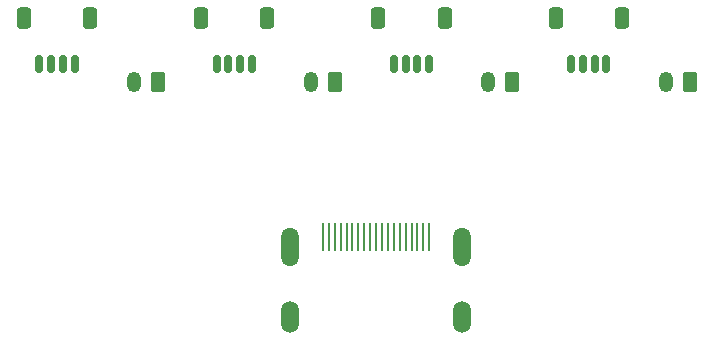
<source format=gbr>
%TF.GenerationSoftware,KiCad,Pcbnew,(6.0.5)*%
%TF.CreationDate,2022-06-06T17:11:40-06:00*%
%TF.ProjectId,21Pin_Fanout,32315069-6e5f-4466-916e-6f75742e6b69,rev?*%
%TF.SameCoordinates,Original*%
%TF.FileFunction,Soldermask,Top*%
%TF.FilePolarity,Negative*%
%FSLAX46Y46*%
G04 Gerber Fmt 4.6, Leading zero omitted, Abs format (unit mm)*
G04 Created by KiCad (PCBNEW (6.0.5)) date 2022-06-06 17:11:40*
%MOMM*%
%LPD*%
G01*
G04 APERTURE LIST*
G04 Aperture macros list*
%AMRoundRect*
0 Rectangle with rounded corners*
0 $1 Rounding radius*
0 $2 $3 $4 $5 $6 $7 $8 $9 X,Y pos of 4 corners*
0 Add a 4 corners polygon primitive as box body*
4,1,4,$2,$3,$4,$5,$6,$7,$8,$9,$2,$3,0*
0 Add four circle primitives for the rounded corners*
1,1,$1+$1,$2,$3*
1,1,$1+$1,$4,$5*
1,1,$1+$1,$6,$7*
1,1,$1+$1,$8,$9*
0 Add four rect primitives between the rounded corners*
20,1,$1+$1,$2,$3,$4,$5,0*
20,1,$1+$1,$4,$5,$6,$7,0*
20,1,$1+$1,$6,$7,$8,$9,0*
20,1,$1+$1,$8,$9,$2,$3,0*%
G04 Aperture macros list end*
%ADD10RoundRect,0.150000X0.150000X0.625000X-0.150000X0.625000X-0.150000X-0.625000X0.150000X-0.625000X0*%
%ADD11RoundRect,0.250000X0.350000X0.650000X-0.350000X0.650000X-0.350000X-0.650000X0.350000X-0.650000X0*%
%ADD12RoundRect,0.250000X0.350000X0.625000X-0.350000X0.625000X-0.350000X-0.625000X0.350000X-0.625000X0*%
%ADD13O,1.200000X1.750000*%
%ADD14O,1.500000X3.300000*%
%ADD15O,1.500000X2.700000*%
%ADD16O,0.250000X2.400000*%
G04 APERTURE END LIST*
D10*
%TO.C,J9*%
X-25500000Y18000000D03*
X-26500000Y18000000D03*
X-27500000Y18000000D03*
X-28500000Y18000000D03*
D11*
X-29800000Y21875000D03*
X-24200000Y21875000D03*
%TD*%
D12*
%TO.C,J2*%
X-18500000Y16500000D03*
D13*
X-20500000Y16500000D03*
%TD*%
D12*
%TO.C,J5*%
X26584000Y16509000D03*
D13*
X24584000Y16509000D03*
%TD*%
D12*
%TO.C,J4*%
X11500000Y16500000D03*
D13*
X9500000Y16500000D03*
%TD*%
D10*
%TO.C,J6*%
X19500000Y18000000D03*
X18500000Y18000000D03*
X17500000Y18000000D03*
X16500000Y18000000D03*
D11*
X15200000Y21875000D03*
X20800000Y21875000D03*
%TD*%
D13*
%TO.C,J3*%
X-5500000Y16500000D03*
D12*
X-3500000Y16500000D03*
%TD*%
D11*
%TO.C,J8*%
X-9200000Y21875000D03*
X-14800000Y21875000D03*
D10*
X-13500000Y18000000D03*
X-12500000Y18000000D03*
X-11500000Y18000000D03*
X-10500000Y18000000D03*
%TD*%
%TO.C,J7*%
X4500000Y18000000D03*
X3500000Y18000000D03*
X2500000Y18000000D03*
X1500000Y18000000D03*
D11*
X200000Y21875000D03*
X5800000Y21875000D03*
%TD*%
D14*
%TO.C,J1*%
X-7250000Y2564000D03*
X7250000Y2564000D03*
D15*
X-7250000Y-3396000D03*
X7250000Y-3396000D03*
D16*
X-4501000Y3396000D03*
X-4001000Y3396000D03*
X-3501000Y3396000D03*
X-3001000Y3396000D03*
X-2500000Y3396000D03*
X-2000000Y3396000D03*
X-1500000Y3396000D03*
X-1000000Y3396000D03*
X-500000Y3396000D03*
X0Y3396000D03*
X500000Y3396000D03*
X1000000Y3396000D03*
X1500000Y3396000D03*
X2000000Y3396000D03*
X2500000Y3396000D03*
X3001000Y3396000D03*
X3501000Y3396000D03*
X4001000Y3396000D03*
X4501000Y3396000D03*
%TD*%
M02*

</source>
